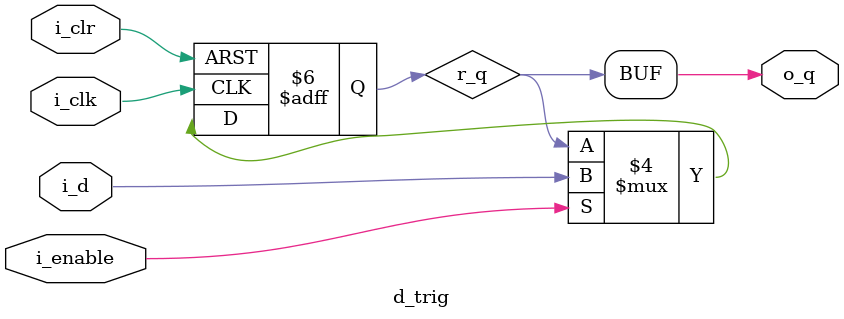
<source format=v>
`timescale 1ns/1ns

module d_trig
    (
        input i_clk, //Ê±ÖÓÐÅºÅ
        input i_clr, //ÇåÁãÐÅºÅ        
        input i_enable,  //Ê¹ÄÜÐÅºÅ
        input i_d, //µÚ¶þÂ·Êý¾Ý 
        
        output  o_q //Ò»Â·Êä³öÐÅºÅ
    );
    
    //¶¨ÒåÊä³öÐÅºÅo_dataµÄ»º´æ
    reg  r_q;
    
    assign o_q = r_q; //Í¨¹ýassignÁ¬Ðø¸³ÖµÓï¾ä¸üÐÂ±àÂëÊä³ö
   
    //¶ÔÊäÈëÐÅºÅ½øÐÐD´¥·¢Æ÷¼Ä´æ
    //Ó¦ÓÃÊÂ¼þ¿ØÖÆ½øÐÐalways½ø³ÌÆô¶¯
    //¶à¸öÊÂ¼þ¿ÉÒÔÓÃ,·Ö¿ª£¬Ò²¿ÉÄÜÓÃor·Ö¿ª£¬±¾ÊéÍÆ¼öÊ¹µÃ,·Ö¿ª
    always @(posedge i_clk, posedge i_clr) 
    begin 
        if(1'b1 == i_clr) //Òì²½ÇåÁã
                    r_q = 1'b0;                        
   	    else if(1'b1 == i_enable) //Í¬²½Ê¹ÄÜ
   	        r_q <= i_d; 
	end    
endmodule

//module d_trig
//    (
//        input i_clk, //Ê±ÖÓÐÅºÅ
//        input i_d, //µÚ¶þÂ·Êý¾Ý 
//        
//        output  o_q //Ò»Â·Êä³öÐÅºÅ
//    );
//    
//    //¶¨ÒåÊä³öÐÅºÅo_dataµÄ»º´æ
//    reg  r_q;
//    
//    assign o_q = r_q; //Í¨¹ýassignÁ¬Ðø¸³ÖµÓï¾ä¸üÐÂ±àÂëÊä³ö
//   
//    //¶ÔÊäÈëÐÅºÅ½øÐÐD´¥·¢Æ÷¼Ä´æ
//    //Ó¦ÓÃÊÂ¼þ¿ØÖÆ½øÐÐalways½ø³ÌÆô¶¯
//    //posedge i_clkÊÇÖ¸i_clkÉÏÉýÑØÊÂ¼þ£¬Èç¹û¸ÃÊÂ¼þ·¢ÔòÆô±¾½ø³Ì£¬Ö´ÐÐ½ø³ÌÄÚµÄÓï¾ä
//    always @(posedge i_clk) 
//    begin                   
//   	    r_q <= i_d; //Ê±ÐòµçÂ·½¨Ä££¬²ÉÓÃ·Ç×èÈû¸³ÖµÓï¾ä
//	end
//    
//endmodule
// END OF d_trig.v FILE ***************************************************




</source>
